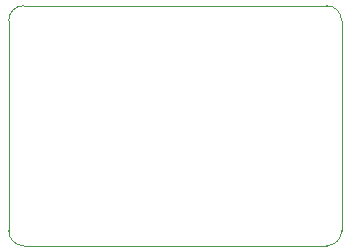
<source format=gbr>
%TF.GenerationSoftware,KiCad,Pcbnew,8.0.4*%
%TF.CreationDate,2024-09-07T16:18:19-07:00*%
%TF.ProjectId,upiez,75706965-7a2e-46b6-9963-61645f706362,rev?*%
%TF.SameCoordinates,Original*%
%TF.FileFunction,Profile,NP*%
%FSLAX46Y46*%
G04 Gerber Fmt 4.6, Leading zero omitted, Abs format (unit mm)*
G04 Created by KiCad (PCBNEW 8.0.4) date 2024-09-07 16:18:19*
%MOMM*%
%LPD*%
G01*
G04 APERTURE LIST*
%TA.AperFunction,Profile*%
%ADD10C,0.050000*%
%TD*%
G04 APERTURE END LIST*
D10*
X53594000Y-44450000D02*
G75*
G02*
X52324000Y-45720000I-1270000J0D01*
G01*
X25400000Y-29718000D02*
X25400000Y-26670000D01*
X52324000Y-25400000D02*
G75*
G02*
X53594000Y-26670000I0J-1270000D01*
G01*
X25400000Y-44450000D02*
X25400000Y-29718000D01*
X26670000Y-45720000D02*
G75*
G02*
X25400000Y-44450000I0J1270000D01*
G01*
X26670000Y-25400000D02*
X52324000Y-25400000D01*
X25400000Y-26670000D02*
G75*
G02*
X26670000Y-25400000I1270000J0D01*
G01*
X53594000Y-26670000D02*
X53594000Y-44450000D01*
X52324000Y-45720000D02*
X26670000Y-45720000D01*
M02*

</source>
